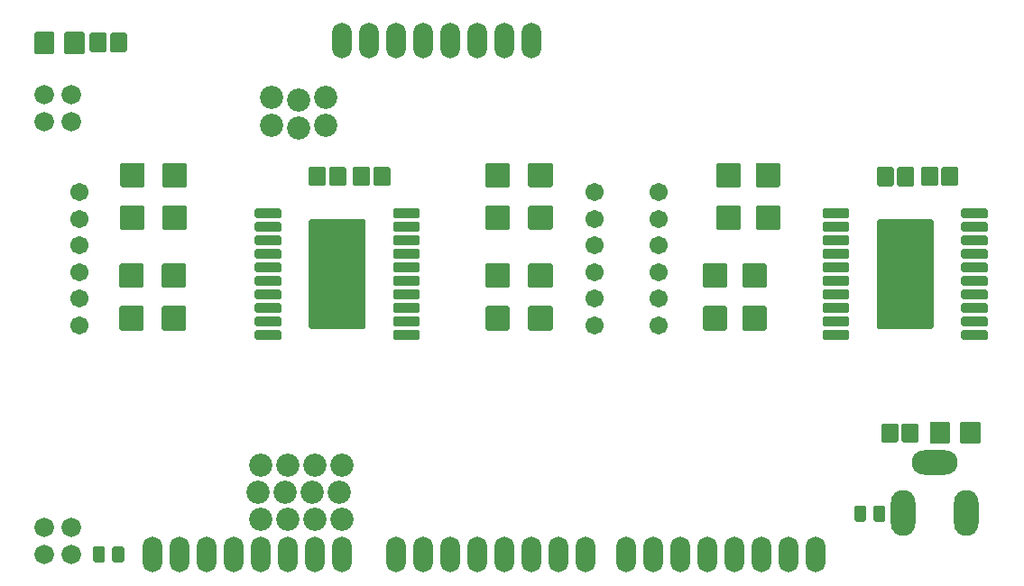
<source format=gts>
%TF.GenerationSoftware,KiCad,Pcbnew,5.1.10-88a1d61d58~90~ubuntu20.04.1*%
%TF.CreationDate,2021-08-01T14:30:54-04:00*%
%TF.ProjectId,MegaShield,4d656761-5368-4696-956c-642e6b696361,rev?*%
%TF.SameCoordinates,Original*%
%TF.FileFunction,Soldermask,Top*%
%TF.FilePolarity,Negative*%
%FSLAX46Y46*%
G04 Gerber Fmt 4.6, Leading zero omitted, Abs format (unit mm)*
G04 Created by KiCad (PCBNEW 5.1.10-88a1d61d58~90~ubuntu20.04.1) date 2021-08-01 14:30:54*
%MOMM*%
%LPD*%
G01*
G04 APERTURE LIST*
%ADD10O,1.828800X3.352800*%
%ADD11O,4.304800X2.304800*%
%ADD12O,2.304800X4.304800*%
%ADD13C,1.712800*%
%ADD14C,2.184400*%
%ADD15C,1.828800*%
G04 APERTURE END LIST*
D10*
%TO.C,PWML1*%
X154698600Y-128963600D03*
X152158600Y-128963600D03*
X149618600Y-128963600D03*
X147078600Y-128963600D03*
X144538600Y-128963600D03*
X141998600Y-128963600D03*
X139458600Y-128963600D03*
X136918600Y-128963600D03*
%TD*%
%TO.C,PWMH1*%
X176288600Y-128963600D03*
X173748600Y-128963600D03*
X171208600Y-128963600D03*
X168668600Y-128963600D03*
X166128600Y-128963600D03*
X163588600Y-128963600D03*
X161048600Y-128963600D03*
X158508600Y-128963600D03*
%TD*%
%TO.C,COMMUNICATION2*%
X131838600Y-128963600D03*
X129298600Y-128963600D03*
X126758600Y-128963600D03*
X124218600Y-128963600D03*
X121678600Y-128963600D03*
X119138600Y-128963600D03*
X116598600Y-128963600D03*
X114058600Y-128963600D03*
%TD*%
%TO.C,USB1*%
G36*
G01*
X104847590Y-80070407D02*
X104847590Y-81873407D01*
G75*
G02*
X104695190Y-82025807I-152400J0D01*
G01*
X103095190Y-82025807D01*
G75*
G02*
X102942790Y-81873407I0J152400D01*
G01*
X102942790Y-80070407D01*
G75*
G02*
X103095190Y-79918007I152400J0D01*
G01*
X104695190Y-79918007D01*
G75*
G02*
X104847590Y-80070407I0J-152400D01*
G01*
G37*
G36*
G01*
X107691590Y-80070407D02*
X107691590Y-81873407D01*
G75*
G02*
X107539190Y-82025807I-152400J0D01*
G01*
X105939190Y-82025807D01*
G75*
G02*
X105786790Y-81873407I0J152400D01*
G01*
X105786790Y-80070407D01*
G75*
G02*
X105939190Y-79918007I152400J0D01*
G01*
X107539190Y-79918007D01*
G75*
G02*
X107691590Y-80070407I0J-152400D01*
G01*
G37*
%TD*%
%TO.C,R1*%
G36*
G01*
X110052559Y-81659591D02*
X110052559Y-80159591D01*
G75*
G02*
X110204959Y-80007191I152400J0D01*
G01*
X111504959Y-80007191D01*
G75*
G02*
X111657359Y-80159591I0J-152400D01*
G01*
X111657359Y-81659591D01*
G75*
G02*
X111504959Y-81811991I-152400J0D01*
G01*
X110204959Y-81811991D01*
G75*
G02*
X110052559Y-81659591I0J152400D01*
G01*
G37*
G36*
G01*
X108152559Y-81659591D02*
X108152559Y-80159591D01*
G75*
G02*
X108304959Y-80007191I152400J0D01*
G01*
X109604959Y-80007191D01*
G75*
G02*
X109757359Y-80159591I0J-152400D01*
G01*
X109757359Y-81659591D01*
G75*
G02*
X109604959Y-81811991I-152400J0D01*
G01*
X108304959Y-81811991D01*
G75*
G02*
X108152559Y-81659591I0J152400D01*
G01*
G37*
%TD*%
%TO.C,IC1*%
G36*
G01*
X128889465Y-97518950D02*
X133889465Y-97518950D01*
G75*
G02*
X134041865Y-97671350I0J-152400D01*
G01*
X134041865Y-107671350D01*
G75*
G02*
X133889465Y-107823750I-152400J0D01*
G01*
X128889465Y-107823750D01*
G75*
G02*
X128737065Y-107671350I0J152400D01*
G01*
X128737065Y-97671350D01*
G75*
G02*
X128889465Y-97518950I152400J0D01*
G01*
G37*
G36*
G01*
X136789465Y-96503950D02*
X138989465Y-96503950D01*
G75*
G02*
X139141865Y-96656350I0J-152400D01*
G01*
X139141865Y-97256350D01*
G75*
G02*
X138989465Y-97408750I-152400J0D01*
G01*
X136789465Y-97408750D01*
G75*
G02*
X136637065Y-97256350I0J152400D01*
G01*
X136637065Y-96656350D01*
G75*
G02*
X136789465Y-96503950I152400J0D01*
G01*
G37*
G36*
G01*
X136789465Y-97773950D02*
X138989465Y-97773950D01*
G75*
G02*
X139141865Y-97926350I0J-152400D01*
G01*
X139141865Y-98526350D01*
G75*
G02*
X138989465Y-98678750I-152400J0D01*
G01*
X136789465Y-98678750D01*
G75*
G02*
X136637065Y-98526350I0J152400D01*
G01*
X136637065Y-97926350D01*
G75*
G02*
X136789465Y-97773950I152400J0D01*
G01*
G37*
G36*
G01*
X136789465Y-99043950D02*
X138989465Y-99043950D01*
G75*
G02*
X139141865Y-99196350I0J-152400D01*
G01*
X139141865Y-99796350D01*
G75*
G02*
X138989465Y-99948750I-152400J0D01*
G01*
X136789465Y-99948750D01*
G75*
G02*
X136637065Y-99796350I0J152400D01*
G01*
X136637065Y-99196350D01*
G75*
G02*
X136789465Y-99043950I152400J0D01*
G01*
G37*
G36*
G01*
X136789465Y-100313950D02*
X138989465Y-100313950D01*
G75*
G02*
X139141865Y-100466350I0J-152400D01*
G01*
X139141865Y-101066350D01*
G75*
G02*
X138989465Y-101218750I-152400J0D01*
G01*
X136789465Y-101218750D01*
G75*
G02*
X136637065Y-101066350I0J152400D01*
G01*
X136637065Y-100466350D01*
G75*
G02*
X136789465Y-100313950I152400J0D01*
G01*
G37*
G36*
G01*
X136789465Y-101583950D02*
X138989465Y-101583950D01*
G75*
G02*
X139141865Y-101736350I0J-152400D01*
G01*
X139141865Y-102336350D01*
G75*
G02*
X138989465Y-102488750I-152400J0D01*
G01*
X136789465Y-102488750D01*
G75*
G02*
X136637065Y-102336350I0J152400D01*
G01*
X136637065Y-101736350D01*
G75*
G02*
X136789465Y-101583950I152400J0D01*
G01*
G37*
G36*
G01*
X136789465Y-102853950D02*
X138989465Y-102853950D01*
G75*
G02*
X139141865Y-103006350I0J-152400D01*
G01*
X139141865Y-103606350D01*
G75*
G02*
X138989465Y-103758750I-152400J0D01*
G01*
X136789465Y-103758750D01*
G75*
G02*
X136637065Y-103606350I0J152400D01*
G01*
X136637065Y-103006350D01*
G75*
G02*
X136789465Y-102853950I152400J0D01*
G01*
G37*
G36*
G01*
X123789465Y-105393950D02*
X125989465Y-105393950D01*
G75*
G02*
X126141865Y-105546350I0J-152400D01*
G01*
X126141865Y-106146350D01*
G75*
G02*
X125989465Y-106298750I-152400J0D01*
G01*
X123789465Y-106298750D01*
G75*
G02*
X123637065Y-106146350I0J152400D01*
G01*
X123637065Y-105546350D01*
G75*
G02*
X123789465Y-105393950I152400J0D01*
G01*
G37*
G36*
G01*
X123789465Y-107933950D02*
X125989465Y-107933950D01*
G75*
G02*
X126141865Y-108086350I0J-152400D01*
G01*
X126141865Y-108686350D01*
G75*
G02*
X125989465Y-108838750I-152400J0D01*
G01*
X123789465Y-108838750D01*
G75*
G02*
X123637065Y-108686350I0J152400D01*
G01*
X123637065Y-108086350D01*
G75*
G02*
X123789465Y-107933950I152400J0D01*
G01*
G37*
G36*
G01*
X123789465Y-104123950D02*
X125989465Y-104123950D01*
G75*
G02*
X126141865Y-104276350I0J-152400D01*
G01*
X126141865Y-104876350D01*
G75*
G02*
X125989465Y-105028750I-152400J0D01*
G01*
X123789465Y-105028750D01*
G75*
G02*
X123637065Y-104876350I0J152400D01*
G01*
X123637065Y-104276350D01*
G75*
G02*
X123789465Y-104123950I152400J0D01*
G01*
G37*
G36*
G01*
X123789465Y-101583950D02*
X125989465Y-101583950D01*
G75*
G02*
X126141865Y-101736350I0J-152400D01*
G01*
X126141865Y-102336350D01*
G75*
G02*
X125989465Y-102488750I-152400J0D01*
G01*
X123789465Y-102488750D01*
G75*
G02*
X123637065Y-102336350I0J152400D01*
G01*
X123637065Y-101736350D01*
G75*
G02*
X123789465Y-101583950I152400J0D01*
G01*
G37*
G36*
G01*
X123789465Y-106663950D02*
X125989465Y-106663950D01*
G75*
G02*
X126141865Y-106816350I0J-152400D01*
G01*
X126141865Y-107416350D01*
G75*
G02*
X125989465Y-107568750I-152400J0D01*
G01*
X123789465Y-107568750D01*
G75*
G02*
X123637065Y-107416350I0J152400D01*
G01*
X123637065Y-106816350D01*
G75*
G02*
X123789465Y-106663950I152400J0D01*
G01*
G37*
G36*
G01*
X123789465Y-102853950D02*
X125989465Y-102853950D01*
G75*
G02*
X126141865Y-103006350I0J-152400D01*
G01*
X126141865Y-103606350D01*
G75*
G02*
X125989465Y-103758750I-152400J0D01*
G01*
X123789465Y-103758750D01*
G75*
G02*
X123637065Y-103606350I0J152400D01*
G01*
X123637065Y-103006350D01*
G75*
G02*
X123789465Y-102853950I152400J0D01*
G01*
G37*
G36*
G01*
X136789465Y-107933950D02*
X138989465Y-107933950D01*
G75*
G02*
X139141865Y-108086350I0J-152400D01*
G01*
X139141865Y-108686350D01*
G75*
G02*
X138989465Y-108838750I-152400J0D01*
G01*
X136789465Y-108838750D01*
G75*
G02*
X136637065Y-108686350I0J152400D01*
G01*
X136637065Y-108086350D01*
G75*
G02*
X136789465Y-107933950I152400J0D01*
G01*
G37*
G36*
G01*
X136789465Y-106663950D02*
X138989465Y-106663950D01*
G75*
G02*
X139141865Y-106816350I0J-152400D01*
G01*
X139141865Y-107416350D01*
G75*
G02*
X138989465Y-107568750I-152400J0D01*
G01*
X136789465Y-107568750D01*
G75*
G02*
X136637065Y-107416350I0J152400D01*
G01*
X136637065Y-106816350D01*
G75*
G02*
X136789465Y-106663950I152400J0D01*
G01*
G37*
G36*
G01*
X136789465Y-104123950D02*
X138989465Y-104123950D01*
G75*
G02*
X139141865Y-104276350I0J-152400D01*
G01*
X139141865Y-104876350D01*
G75*
G02*
X138989465Y-105028750I-152400J0D01*
G01*
X136789465Y-105028750D01*
G75*
G02*
X136637065Y-104876350I0J152400D01*
G01*
X136637065Y-104276350D01*
G75*
G02*
X136789465Y-104123950I152400J0D01*
G01*
G37*
G36*
G01*
X123789465Y-100313950D02*
X125989465Y-100313950D01*
G75*
G02*
X126141865Y-100466350I0J-152400D01*
G01*
X126141865Y-101066350D01*
G75*
G02*
X125989465Y-101218750I-152400J0D01*
G01*
X123789465Y-101218750D01*
G75*
G02*
X123637065Y-101066350I0J152400D01*
G01*
X123637065Y-100466350D01*
G75*
G02*
X123789465Y-100313950I152400J0D01*
G01*
G37*
G36*
G01*
X123789465Y-99043950D02*
X125989465Y-99043950D01*
G75*
G02*
X126141865Y-99196350I0J-152400D01*
G01*
X126141865Y-99796350D01*
G75*
G02*
X125989465Y-99948750I-152400J0D01*
G01*
X123789465Y-99948750D01*
G75*
G02*
X123637065Y-99796350I0J152400D01*
G01*
X123637065Y-99196350D01*
G75*
G02*
X123789465Y-99043950I152400J0D01*
G01*
G37*
G36*
G01*
X123789465Y-96503950D02*
X125989465Y-96503950D01*
G75*
G02*
X126141865Y-96656350I0J-152400D01*
G01*
X126141865Y-97256350D01*
G75*
G02*
X125989465Y-97408750I-152400J0D01*
G01*
X123789465Y-97408750D01*
G75*
G02*
X123637065Y-97256350I0J152400D01*
G01*
X123637065Y-96656350D01*
G75*
G02*
X123789465Y-96503950I152400J0D01*
G01*
G37*
G36*
G01*
X136789465Y-105393950D02*
X138989465Y-105393950D01*
G75*
G02*
X139141865Y-105546350I0J-152400D01*
G01*
X139141865Y-106146350D01*
G75*
G02*
X138989465Y-106298750I-152400J0D01*
G01*
X136789465Y-106298750D01*
G75*
G02*
X136637065Y-106146350I0J152400D01*
G01*
X136637065Y-105546350D01*
G75*
G02*
X136789465Y-105393950I152400J0D01*
G01*
G37*
G36*
G01*
X123789465Y-97773950D02*
X125989465Y-97773950D01*
G75*
G02*
X126141865Y-97926350I0J-152400D01*
G01*
X126141865Y-98526350D01*
G75*
G02*
X125989465Y-98678750I-152400J0D01*
G01*
X123789465Y-98678750D01*
G75*
G02*
X123637065Y-98526350I0J152400D01*
G01*
X123637065Y-97926350D01*
G75*
G02*
X123789465Y-97773950I152400J0D01*
G01*
G37*
%TD*%
%TO.C,U$3*%
G36*
G01*
X111167065Y-96203750D02*
X113167065Y-96203750D01*
G75*
G02*
X113319465Y-96356150I0J-152400D01*
G01*
X113319465Y-98356150D01*
G75*
G02*
X113167065Y-98508550I-152400J0D01*
G01*
X111167065Y-98508550D01*
G75*
G02*
X111014665Y-98356150I0J152400D01*
G01*
X111014665Y-96356150D01*
G75*
G02*
X111167065Y-96203750I152400J0D01*
G01*
G37*
G36*
G01*
X111167065Y-92203750D02*
X113167065Y-92203750D01*
G75*
G02*
X113319465Y-92356150I0J-152400D01*
G01*
X113319465Y-94356150D01*
G75*
G02*
X113167065Y-94508550I-152400J0D01*
G01*
X111167065Y-94508550D01*
G75*
G02*
X111014665Y-94356150I0J152400D01*
G01*
X111014665Y-92356150D01*
G75*
G02*
X111167065Y-92203750I152400J0D01*
G01*
G37*
%TD*%
%TO.C,C1*%
G36*
G01*
X134469131Y-92726550D02*
X134469131Y-94226550D01*
G75*
G02*
X134316731Y-94378950I-152400J0D01*
G01*
X133016731Y-94378950D01*
G75*
G02*
X132864331Y-94226550I0J152400D01*
G01*
X132864331Y-92726550D01*
G75*
G02*
X133016731Y-92574150I152400J0D01*
G01*
X134316731Y-92574150D01*
G75*
G02*
X134469131Y-92726550I0J-152400D01*
G01*
G37*
G36*
G01*
X136369131Y-92726550D02*
X136369131Y-94226550D01*
G75*
G02*
X136216731Y-94378950I-152400J0D01*
G01*
X134916731Y-94378950D01*
G75*
G02*
X134764331Y-94226550I0J152400D01*
G01*
X134764331Y-92726550D01*
G75*
G02*
X134916731Y-92574150I152400J0D01*
G01*
X136216731Y-92574150D01*
G75*
G02*
X136369131Y-92726550I0J-152400D01*
G01*
G37*
%TD*%
%TO.C,C2*%
G36*
G01*
X130617871Y-94226550D02*
X130617871Y-92726550D01*
G75*
G02*
X130770271Y-92574150I152400J0D01*
G01*
X132070271Y-92574150D01*
G75*
G02*
X132222671Y-92726550I0J-152400D01*
G01*
X132222671Y-94226550D01*
G75*
G02*
X132070271Y-94378950I-152400J0D01*
G01*
X130770271Y-94378950D01*
G75*
G02*
X130617871Y-94226550I0J152400D01*
G01*
G37*
G36*
G01*
X128717871Y-94226550D02*
X128717871Y-92726550D01*
G75*
G02*
X128870271Y-92574150I152400J0D01*
G01*
X130170271Y-92574150D01*
G75*
G02*
X130322671Y-92726550I0J-152400D01*
G01*
X130322671Y-94226550D01*
G75*
G02*
X130170271Y-94378950I-152400J0D01*
G01*
X128870271Y-94378950D01*
G75*
G02*
X128717871Y-94226550I0J152400D01*
G01*
G37*
%TD*%
%TO.C,U$4*%
G36*
G01*
X117121412Y-94508550D02*
X115121412Y-94508550D01*
G75*
G02*
X114969012Y-94356150I0J152400D01*
G01*
X114969012Y-92356150D01*
G75*
G02*
X115121412Y-92203750I152400J0D01*
G01*
X117121412Y-92203750D01*
G75*
G02*
X117273812Y-92356150I0J-152400D01*
G01*
X117273812Y-94356150D01*
G75*
G02*
X117121412Y-94508550I-152400J0D01*
G01*
G37*
G36*
G01*
X117121412Y-98508550D02*
X115121412Y-98508550D01*
G75*
G02*
X114969012Y-98356150I0J152400D01*
G01*
X114969012Y-96356150D01*
G75*
G02*
X115121412Y-96203750I152400J0D01*
G01*
X117121412Y-96203750D01*
G75*
G02*
X117273812Y-96356150I0J-152400D01*
G01*
X117273812Y-98356150D01*
G75*
G02*
X117121412Y-98508550I-152400J0D01*
G01*
G37*
%TD*%
%TO.C,U$5*%
G36*
G01*
X113079228Y-103957350D02*
X111079228Y-103957350D01*
G75*
G02*
X110926828Y-103804950I0J152400D01*
G01*
X110926828Y-101804950D01*
G75*
G02*
X111079228Y-101652550I152400J0D01*
G01*
X113079228Y-101652550D01*
G75*
G02*
X113231628Y-101804950I0J-152400D01*
G01*
X113231628Y-103804950D01*
G75*
G02*
X113079228Y-103957350I-152400J0D01*
G01*
G37*
G36*
G01*
X113079228Y-107957350D02*
X111079228Y-107957350D01*
G75*
G02*
X110926828Y-107804950I0J152400D01*
G01*
X110926828Y-105804950D01*
G75*
G02*
X111079228Y-105652550I152400J0D01*
G01*
X113079228Y-105652550D01*
G75*
G02*
X113231628Y-105804950I0J-152400D01*
G01*
X113231628Y-107804950D01*
G75*
G02*
X113079228Y-107957350I-152400J0D01*
G01*
G37*
%TD*%
%TO.C,U$6*%
G36*
G01*
X115064621Y-105652550D02*
X117064621Y-105652550D01*
G75*
G02*
X117217021Y-105804950I0J-152400D01*
G01*
X117217021Y-107804950D01*
G75*
G02*
X117064621Y-107957350I-152400J0D01*
G01*
X115064621Y-107957350D01*
G75*
G02*
X114912221Y-107804950I0J152400D01*
G01*
X114912221Y-105804950D01*
G75*
G02*
X115064621Y-105652550I152400J0D01*
G01*
G37*
G36*
G01*
X115064621Y-101652550D02*
X117064621Y-101652550D01*
G75*
G02*
X117217021Y-101804950I0J-152400D01*
G01*
X117217021Y-103804950D01*
G75*
G02*
X117064621Y-103957350I-152400J0D01*
G01*
X115064621Y-103957350D01*
G75*
G02*
X114912221Y-103804950I0J152400D01*
G01*
X114912221Y-101804950D01*
G75*
G02*
X115064621Y-101652550I152400J0D01*
G01*
G37*
%TD*%
%TO.C,U$7*%
G36*
G01*
X147438340Y-103957350D02*
X145438340Y-103957350D01*
G75*
G02*
X145285940Y-103804950I0J152400D01*
G01*
X145285940Y-101804950D01*
G75*
G02*
X145438340Y-101652550I152400J0D01*
G01*
X147438340Y-101652550D01*
G75*
G02*
X147590740Y-101804950I0J-152400D01*
G01*
X147590740Y-103804950D01*
G75*
G02*
X147438340Y-103957350I-152400J0D01*
G01*
G37*
G36*
G01*
X147438340Y-107957350D02*
X145438340Y-107957350D01*
G75*
G02*
X145285940Y-107804950I0J152400D01*
G01*
X145285940Y-105804950D01*
G75*
G02*
X145438340Y-105652550I152400J0D01*
G01*
X147438340Y-105652550D01*
G75*
G02*
X147590740Y-105804950I0J-152400D01*
G01*
X147590740Y-107804950D01*
G75*
G02*
X147438340Y-107957350I-152400J0D01*
G01*
G37*
%TD*%
%TO.C,U$8*%
G36*
G01*
X149459318Y-105652550D02*
X151459318Y-105652550D01*
G75*
G02*
X151611718Y-105804950I0J-152400D01*
G01*
X151611718Y-107804950D01*
G75*
G02*
X151459318Y-107957350I-152400J0D01*
G01*
X149459318Y-107957350D01*
G75*
G02*
X149306918Y-107804950I0J152400D01*
G01*
X149306918Y-105804950D01*
G75*
G02*
X149459318Y-105652550I152400J0D01*
G01*
G37*
G36*
G01*
X149459318Y-101652550D02*
X151459318Y-101652550D01*
G75*
G02*
X151611718Y-101804950I0J-152400D01*
G01*
X151611718Y-103804950D01*
G75*
G02*
X151459318Y-103957350I-152400J0D01*
G01*
X149459318Y-103957350D01*
G75*
G02*
X149306918Y-103804950I0J152400D01*
G01*
X149306918Y-101804950D01*
G75*
G02*
X149459318Y-101652550I152400J0D01*
G01*
G37*
%TD*%
%TO.C,U$9*%
G36*
G01*
X145438340Y-96203750D02*
X147438340Y-96203750D01*
G75*
G02*
X147590740Y-96356150I0J-152400D01*
G01*
X147590740Y-98356150D01*
G75*
G02*
X147438340Y-98508550I-152400J0D01*
G01*
X145438340Y-98508550D01*
G75*
G02*
X145285940Y-98356150I0J152400D01*
G01*
X145285940Y-96356150D01*
G75*
G02*
X145438340Y-96203750I152400J0D01*
G01*
G37*
G36*
G01*
X145438340Y-92203750D02*
X147438340Y-92203750D01*
G75*
G02*
X147590740Y-92356150I0J-152400D01*
G01*
X147590740Y-94356150D01*
G75*
G02*
X147438340Y-94508550I-152400J0D01*
G01*
X145438340Y-94508550D01*
G75*
G02*
X145285940Y-94356150I0J152400D01*
G01*
X145285940Y-92356150D01*
G75*
G02*
X145438340Y-92203750I152400J0D01*
G01*
G37*
%TD*%
%TO.C,U$10*%
G36*
G01*
X151459318Y-94508550D02*
X149459318Y-94508550D01*
G75*
G02*
X149306918Y-94356150I0J152400D01*
G01*
X149306918Y-92356150D01*
G75*
G02*
X149459318Y-92203750I152400J0D01*
G01*
X151459318Y-92203750D01*
G75*
G02*
X151611718Y-92356150I0J-152400D01*
G01*
X151611718Y-94356150D01*
G75*
G02*
X151459318Y-94508550I-152400J0D01*
G01*
G37*
G36*
G01*
X151459318Y-98508550D02*
X149459318Y-98508550D01*
G75*
G02*
X149306918Y-98356150I0J152400D01*
G01*
X149306918Y-96356150D01*
G75*
G02*
X149459318Y-96203750I152400J0D01*
G01*
X151459318Y-96203750D01*
G75*
G02*
X151611718Y-96356150I0J-152400D01*
G01*
X151611718Y-98356150D01*
G75*
G02*
X151459318Y-98508550I-152400J0D01*
G01*
G37*
%TD*%
D11*
%TO.C,J1*%
X187457405Y-120362857D03*
D12*
X190447390Y-125092725D03*
X184470644Y-125087600D03*
%TD*%
D13*
%TO.C,U$1*%
X107149556Y-107475150D03*
X107149556Y-104975150D03*
X107149556Y-102475150D03*
X107149556Y-99975150D03*
X107149556Y-97475150D03*
X107149556Y-94975150D03*
%TD*%
%TO.C,U$12*%
X155546209Y-107475150D03*
X155546209Y-104975150D03*
X155546209Y-102475150D03*
X155546209Y-99975150D03*
X155546209Y-97475150D03*
X155546209Y-94975150D03*
%TD*%
D14*
%TO.C,J2*%
X131832740Y-125661600D03*
X131578740Y-123121600D03*
X131832740Y-120581600D03*
%TD*%
%TO.C,J3*%
X126752740Y-125661600D03*
X126498740Y-123121600D03*
X126752740Y-120581600D03*
%TD*%
%TO.C,J4*%
X124212740Y-125661600D03*
X123958740Y-123121600D03*
X124212740Y-120581600D03*
%TD*%
%TO.C,J5*%
X129292740Y-125661600D03*
X129038740Y-123121600D03*
X129292740Y-120581600D03*
%TD*%
%TO.C,IC2*%
G36*
G01*
X182186009Y-97518950D02*
X187186009Y-97518950D01*
G75*
G02*
X187338409Y-97671350I0J-152400D01*
G01*
X187338409Y-107671350D01*
G75*
G02*
X187186009Y-107823750I-152400J0D01*
G01*
X182186009Y-107823750D01*
G75*
G02*
X182033609Y-107671350I0J152400D01*
G01*
X182033609Y-97671350D01*
G75*
G02*
X182186009Y-97518950I152400J0D01*
G01*
G37*
G36*
G01*
X190086009Y-96503950D02*
X192286009Y-96503950D01*
G75*
G02*
X192438409Y-96656350I0J-152400D01*
G01*
X192438409Y-97256350D01*
G75*
G02*
X192286009Y-97408750I-152400J0D01*
G01*
X190086009Y-97408750D01*
G75*
G02*
X189933609Y-97256350I0J152400D01*
G01*
X189933609Y-96656350D01*
G75*
G02*
X190086009Y-96503950I152400J0D01*
G01*
G37*
G36*
G01*
X190086009Y-97773950D02*
X192286009Y-97773950D01*
G75*
G02*
X192438409Y-97926350I0J-152400D01*
G01*
X192438409Y-98526350D01*
G75*
G02*
X192286009Y-98678750I-152400J0D01*
G01*
X190086009Y-98678750D01*
G75*
G02*
X189933609Y-98526350I0J152400D01*
G01*
X189933609Y-97926350D01*
G75*
G02*
X190086009Y-97773950I152400J0D01*
G01*
G37*
G36*
G01*
X190086009Y-99043950D02*
X192286009Y-99043950D01*
G75*
G02*
X192438409Y-99196350I0J-152400D01*
G01*
X192438409Y-99796350D01*
G75*
G02*
X192286009Y-99948750I-152400J0D01*
G01*
X190086009Y-99948750D01*
G75*
G02*
X189933609Y-99796350I0J152400D01*
G01*
X189933609Y-99196350D01*
G75*
G02*
X190086009Y-99043950I152400J0D01*
G01*
G37*
G36*
G01*
X190086009Y-100313950D02*
X192286009Y-100313950D01*
G75*
G02*
X192438409Y-100466350I0J-152400D01*
G01*
X192438409Y-101066350D01*
G75*
G02*
X192286009Y-101218750I-152400J0D01*
G01*
X190086009Y-101218750D01*
G75*
G02*
X189933609Y-101066350I0J152400D01*
G01*
X189933609Y-100466350D01*
G75*
G02*
X190086009Y-100313950I152400J0D01*
G01*
G37*
G36*
G01*
X190086009Y-101583950D02*
X192286009Y-101583950D01*
G75*
G02*
X192438409Y-101736350I0J-152400D01*
G01*
X192438409Y-102336350D01*
G75*
G02*
X192286009Y-102488750I-152400J0D01*
G01*
X190086009Y-102488750D01*
G75*
G02*
X189933609Y-102336350I0J152400D01*
G01*
X189933609Y-101736350D01*
G75*
G02*
X190086009Y-101583950I152400J0D01*
G01*
G37*
G36*
G01*
X190086009Y-102853950D02*
X192286009Y-102853950D01*
G75*
G02*
X192438409Y-103006350I0J-152400D01*
G01*
X192438409Y-103606350D01*
G75*
G02*
X192286009Y-103758750I-152400J0D01*
G01*
X190086009Y-103758750D01*
G75*
G02*
X189933609Y-103606350I0J152400D01*
G01*
X189933609Y-103006350D01*
G75*
G02*
X190086009Y-102853950I152400J0D01*
G01*
G37*
G36*
G01*
X177086009Y-105393950D02*
X179286009Y-105393950D01*
G75*
G02*
X179438409Y-105546350I0J-152400D01*
G01*
X179438409Y-106146350D01*
G75*
G02*
X179286009Y-106298750I-152400J0D01*
G01*
X177086009Y-106298750D01*
G75*
G02*
X176933609Y-106146350I0J152400D01*
G01*
X176933609Y-105546350D01*
G75*
G02*
X177086009Y-105393950I152400J0D01*
G01*
G37*
G36*
G01*
X177086009Y-107933950D02*
X179286009Y-107933950D01*
G75*
G02*
X179438409Y-108086350I0J-152400D01*
G01*
X179438409Y-108686350D01*
G75*
G02*
X179286009Y-108838750I-152400J0D01*
G01*
X177086009Y-108838750D01*
G75*
G02*
X176933609Y-108686350I0J152400D01*
G01*
X176933609Y-108086350D01*
G75*
G02*
X177086009Y-107933950I152400J0D01*
G01*
G37*
G36*
G01*
X177086009Y-104123950D02*
X179286009Y-104123950D01*
G75*
G02*
X179438409Y-104276350I0J-152400D01*
G01*
X179438409Y-104876350D01*
G75*
G02*
X179286009Y-105028750I-152400J0D01*
G01*
X177086009Y-105028750D01*
G75*
G02*
X176933609Y-104876350I0J152400D01*
G01*
X176933609Y-104276350D01*
G75*
G02*
X177086009Y-104123950I152400J0D01*
G01*
G37*
G36*
G01*
X177086009Y-101583950D02*
X179286009Y-101583950D01*
G75*
G02*
X179438409Y-101736350I0J-152400D01*
G01*
X179438409Y-102336350D01*
G75*
G02*
X179286009Y-102488750I-152400J0D01*
G01*
X177086009Y-102488750D01*
G75*
G02*
X176933609Y-102336350I0J152400D01*
G01*
X176933609Y-101736350D01*
G75*
G02*
X177086009Y-101583950I152400J0D01*
G01*
G37*
G36*
G01*
X177086009Y-106663950D02*
X179286009Y-106663950D01*
G75*
G02*
X179438409Y-106816350I0J-152400D01*
G01*
X179438409Y-107416350D01*
G75*
G02*
X179286009Y-107568750I-152400J0D01*
G01*
X177086009Y-107568750D01*
G75*
G02*
X176933609Y-107416350I0J152400D01*
G01*
X176933609Y-106816350D01*
G75*
G02*
X177086009Y-106663950I152400J0D01*
G01*
G37*
G36*
G01*
X177086009Y-102853950D02*
X179286009Y-102853950D01*
G75*
G02*
X179438409Y-103006350I0J-152400D01*
G01*
X179438409Y-103606350D01*
G75*
G02*
X179286009Y-103758750I-152400J0D01*
G01*
X177086009Y-103758750D01*
G75*
G02*
X176933609Y-103606350I0J152400D01*
G01*
X176933609Y-103006350D01*
G75*
G02*
X177086009Y-102853950I152400J0D01*
G01*
G37*
G36*
G01*
X190086009Y-107933950D02*
X192286009Y-107933950D01*
G75*
G02*
X192438409Y-108086350I0J-152400D01*
G01*
X192438409Y-108686350D01*
G75*
G02*
X192286009Y-108838750I-152400J0D01*
G01*
X190086009Y-108838750D01*
G75*
G02*
X189933609Y-108686350I0J152400D01*
G01*
X189933609Y-108086350D01*
G75*
G02*
X190086009Y-107933950I152400J0D01*
G01*
G37*
G36*
G01*
X190086009Y-106663950D02*
X192286009Y-106663950D01*
G75*
G02*
X192438409Y-106816350I0J-152400D01*
G01*
X192438409Y-107416350D01*
G75*
G02*
X192286009Y-107568750I-152400J0D01*
G01*
X190086009Y-107568750D01*
G75*
G02*
X189933609Y-107416350I0J152400D01*
G01*
X189933609Y-106816350D01*
G75*
G02*
X190086009Y-106663950I152400J0D01*
G01*
G37*
G36*
G01*
X190086009Y-104123950D02*
X192286009Y-104123950D01*
G75*
G02*
X192438409Y-104276350I0J-152400D01*
G01*
X192438409Y-104876350D01*
G75*
G02*
X192286009Y-105028750I-152400J0D01*
G01*
X190086009Y-105028750D01*
G75*
G02*
X189933609Y-104876350I0J152400D01*
G01*
X189933609Y-104276350D01*
G75*
G02*
X190086009Y-104123950I152400J0D01*
G01*
G37*
G36*
G01*
X177086009Y-100313950D02*
X179286009Y-100313950D01*
G75*
G02*
X179438409Y-100466350I0J-152400D01*
G01*
X179438409Y-101066350D01*
G75*
G02*
X179286009Y-101218750I-152400J0D01*
G01*
X177086009Y-101218750D01*
G75*
G02*
X176933609Y-101066350I0J152400D01*
G01*
X176933609Y-100466350D01*
G75*
G02*
X177086009Y-100313950I152400J0D01*
G01*
G37*
G36*
G01*
X177086009Y-99043950D02*
X179286009Y-99043950D01*
G75*
G02*
X179438409Y-99196350I0J-152400D01*
G01*
X179438409Y-99796350D01*
G75*
G02*
X179286009Y-99948750I-152400J0D01*
G01*
X177086009Y-99948750D01*
G75*
G02*
X176933609Y-99796350I0J152400D01*
G01*
X176933609Y-99196350D01*
G75*
G02*
X177086009Y-99043950I152400J0D01*
G01*
G37*
G36*
G01*
X177086009Y-96503950D02*
X179286009Y-96503950D01*
G75*
G02*
X179438409Y-96656350I0J-152400D01*
G01*
X179438409Y-97256350D01*
G75*
G02*
X179286009Y-97408750I-152400J0D01*
G01*
X177086009Y-97408750D01*
G75*
G02*
X176933609Y-97256350I0J152400D01*
G01*
X176933609Y-96656350D01*
G75*
G02*
X177086009Y-96503950I152400J0D01*
G01*
G37*
G36*
G01*
X190086009Y-105393950D02*
X192286009Y-105393950D01*
G75*
G02*
X192438409Y-105546350I0J-152400D01*
G01*
X192438409Y-106146350D01*
G75*
G02*
X192286009Y-106298750I-152400J0D01*
G01*
X190086009Y-106298750D01*
G75*
G02*
X189933609Y-106146350I0J152400D01*
G01*
X189933609Y-105546350D01*
G75*
G02*
X190086009Y-105393950I152400J0D01*
G01*
G37*
G36*
G01*
X177086009Y-97773950D02*
X179286009Y-97773950D01*
G75*
G02*
X179438409Y-97926350I0J-152400D01*
G01*
X179438409Y-98526350D01*
G75*
G02*
X179286009Y-98678750I-152400J0D01*
G01*
X177086009Y-98678750D01*
G75*
G02*
X176933609Y-98526350I0J152400D01*
G01*
X176933609Y-97926350D01*
G75*
G02*
X177086009Y-97773950I152400J0D01*
G01*
G37*
%TD*%
%TO.C,U$2*%
G36*
G01*
X167110234Y-96203750D02*
X169110234Y-96203750D01*
G75*
G02*
X169262634Y-96356150I0J-152400D01*
G01*
X169262634Y-98356150D01*
G75*
G02*
X169110234Y-98508550I-152400J0D01*
G01*
X167110234Y-98508550D01*
G75*
G02*
X166957834Y-98356150I0J152400D01*
G01*
X166957834Y-96356150D01*
G75*
G02*
X167110234Y-96203750I152400J0D01*
G01*
G37*
G36*
G01*
X167110234Y-92203750D02*
X169110234Y-92203750D01*
G75*
G02*
X169262634Y-92356150I0J-152400D01*
G01*
X169262634Y-94356150D01*
G75*
G02*
X169110234Y-94508550I-152400J0D01*
G01*
X167110234Y-94508550D01*
G75*
G02*
X166957834Y-94356150I0J152400D01*
G01*
X166957834Y-92356150D01*
G75*
G02*
X167110234Y-92203750I152400J0D01*
G01*
G37*
%TD*%
%TO.C,C3*%
G36*
G01*
X187778059Y-92726550D02*
X187778059Y-94226550D01*
G75*
G02*
X187625659Y-94378950I-152400J0D01*
G01*
X186325659Y-94378950D01*
G75*
G02*
X186173259Y-94226550I0J152400D01*
G01*
X186173259Y-92726550D01*
G75*
G02*
X186325659Y-92574150I152400J0D01*
G01*
X187625659Y-92574150D01*
G75*
G02*
X187778059Y-92726550I0J-152400D01*
G01*
G37*
G36*
G01*
X189678059Y-92726550D02*
X189678059Y-94226550D01*
G75*
G02*
X189525659Y-94378950I-152400J0D01*
G01*
X188225659Y-94378950D01*
G75*
G02*
X188073259Y-94226550I0J152400D01*
G01*
X188073259Y-92726550D01*
G75*
G02*
X188225659Y-92574150I152400J0D01*
G01*
X189525659Y-92574150D01*
G75*
G02*
X189678059Y-92726550I0J-152400D01*
G01*
G37*
%TD*%
%TO.C,C4*%
G36*
G01*
X183925593Y-94251238D02*
X183925593Y-92751238D01*
G75*
G02*
X184077993Y-92598838I152400J0D01*
G01*
X185377993Y-92598838D01*
G75*
G02*
X185530393Y-92751238I0J-152400D01*
G01*
X185530393Y-94251238D01*
G75*
G02*
X185377993Y-94403638I-152400J0D01*
G01*
X184077993Y-94403638D01*
G75*
G02*
X183925593Y-94251238I0J152400D01*
G01*
G37*
G36*
G01*
X182025593Y-94251238D02*
X182025593Y-92751238D01*
G75*
G02*
X182177993Y-92598838I152400J0D01*
G01*
X183477993Y-92598838D01*
G75*
G02*
X183630393Y-92751238I0J-152400D01*
G01*
X183630393Y-94251238D01*
G75*
G02*
X183477993Y-94403638I-152400J0D01*
G01*
X182177993Y-94403638D01*
G75*
G02*
X182025593Y-94251238I0J152400D01*
G01*
G37*
%TD*%
%TO.C,U$11*%
G36*
G01*
X172812656Y-94508550D02*
X170812656Y-94508550D01*
G75*
G02*
X170660256Y-94356150I0J152400D01*
G01*
X170660256Y-92356150D01*
G75*
G02*
X170812656Y-92203750I152400J0D01*
G01*
X172812656Y-92203750D01*
G75*
G02*
X172965056Y-92356150I0J-152400D01*
G01*
X172965056Y-94356150D01*
G75*
G02*
X172812656Y-94508550I-152400J0D01*
G01*
G37*
G36*
G01*
X172812656Y-98508550D02*
X170812656Y-98508550D01*
G75*
G02*
X170660256Y-98356150I0J152400D01*
G01*
X170660256Y-96356150D01*
G75*
G02*
X170812656Y-96203750I152400J0D01*
G01*
X172812656Y-96203750D01*
G75*
G02*
X172965056Y-96356150I0J-152400D01*
G01*
X172965056Y-98356150D01*
G75*
G02*
X172812656Y-98508550I-152400J0D01*
G01*
G37*
%TD*%
%TO.C,U$13*%
G36*
G01*
X167840234Y-103957350D02*
X165840234Y-103957350D01*
G75*
G02*
X165687834Y-103804950I0J152400D01*
G01*
X165687834Y-101804950D01*
G75*
G02*
X165840234Y-101652550I152400J0D01*
G01*
X167840234Y-101652550D01*
G75*
G02*
X167992634Y-101804950I0J-152400D01*
G01*
X167992634Y-103804950D01*
G75*
G02*
X167840234Y-103957350I-152400J0D01*
G01*
G37*
G36*
G01*
X167840234Y-107957350D02*
X165840234Y-107957350D01*
G75*
G02*
X165687834Y-107804950I0J152400D01*
G01*
X165687834Y-105804950D01*
G75*
G02*
X165840234Y-105652550I152400J0D01*
G01*
X167840234Y-105652550D01*
G75*
G02*
X167992634Y-105804950I0J-152400D01*
G01*
X167992634Y-107804950D01*
G75*
G02*
X167840234Y-107957350I-152400J0D01*
G01*
G37*
%TD*%
%TO.C,U$14*%
G36*
G01*
X169542656Y-105652550D02*
X171542656Y-105652550D01*
G75*
G02*
X171695056Y-105804950I0J-152400D01*
G01*
X171695056Y-107804950D01*
G75*
G02*
X171542656Y-107957350I-152400J0D01*
G01*
X169542656Y-107957350D01*
G75*
G02*
X169390256Y-107804950I0J152400D01*
G01*
X169390256Y-105804950D01*
G75*
G02*
X169542656Y-105652550I152400J0D01*
G01*
G37*
G36*
G01*
X169542656Y-101652550D02*
X171542656Y-101652550D01*
G75*
G02*
X171695056Y-101804950I0J-152400D01*
G01*
X171695056Y-103804950D01*
G75*
G02*
X171542656Y-103957350I-152400J0D01*
G01*
X169542656Y-103957350D01*
G75*
G02*
X169390256Y-103804950I0J152400D01*
G01*
X169390256Y-101804950D01*
G75*
G02*
X169542656Y-101652550I152400J0D01*
G01*
G37*
%TD*%
D13*
%TO.C,U$20*%
X161546318Y-107475150D03*
X161546318Y-104975150D03*
X161546318Y-102475150D03*
X161546318Y-99975150D03*
X161546318Y-97475150D03*
X161546318Y-94975150D03*
%TD*%
D14*
%TO.C,J6*%
X130286171Y-86099225D03*
X127746171Y-86353225D03*
X125206171Y-86099225D03*
%TD*%
%TO.C,J7*%
X130290112Y-88648532D03*
X127750112Y-88902532D03*
X125210112Y-88648532D03*
%TD*%
D10*
%TO.C,COMMUNICATION1*%
X149618600Y-80703600D03*
X147078600Y-80703600D03*
X144538600Y-80703600D03*
X141998600Y-80703600D03*
X139458600Y-80703600D03*
X136918600Y-80703600D03*
X134378600Y-80703600D03*
X131838600Y-80703600D03*
%TD*%
D15*
%TO.C,JP3*%
X106439712Y-126423913D03*
X106439712Y-128963913D03*
X103899712Y-126423913D03*
X103899712Y-128963913D03*
%TD*%
%TO.C,JP4*%
X106441175Y-85784582D03*
X106441175Y-88324582D03*
X103901175Y-85784582D03*
X103901175Y-88324582D03*
%TD*%
%TO.C,R2*%
G36*
G01*
X184051350Y-116821222D02*
X184051350Y-118321222D01*
G75*
G02*
X183898950Y-118473622I-152400J0D01*
G01*
X182598950Y-118473622D01*
G75*
G02*
X182446550Y-118321222I0J152400D01*
G01*
X182446550Y-116821222D01*
G75*
G02*
X182598950Y-116668822I152400J0D01*
G01*
X183898950Y-116668822D01*
G75*
G02*
X184051350Y-116821222I0J-152400D01*
G01*
G37*
G36*
G01*
X185951350Y-116821222D02*
X185951350Y-118321222D01*
G75*
G02*
X185798950Y-118473622I-152400J0D01*
G01*
X184498950Y-118473622D01*
G75*
G02*
X184346550Y-118321222I0J152400D01*
G01*
X184346550Y-116821222D01*
G75*
G02*
X184498950Y-116668822I152400J0D01*
G01*
X185798950Y-116668822D01*
G75*
G02*
X185951350Y-116821222I0J-152400D01*
G01*
G37*
%TD*%
%TO.C,12VPOWER1*%
G36*
G01*
X189834103Y-118457357D02*
X189834103Y-116654357D01*
G75*
G02*
X189986503Y-116501957I152400J0D01*
G01*
X191586503Y-116501957D01*
G75*
G02*
X191738903Y-116654357I0J-152400D01*
G01*
X191738903Y-118457357D01*
G75*
G02*
X191586503Y-118609757I-152400J0D01*
G01*
X189986503Y-118609757D01*
G75*
G02*
X189834103Y-118457357I0J152400D01*
G01*
G37*
G36*
G01*
X186990103Y-118457357D02*
X186990103Y-116654357D01*
G75*
G02*
X187142503Y-116501957I152400J0D01*
G01*
X188742503Y-116501957D01*
G75*
G02*
X188894903Y-116654357I0J-152400D01*
G01*
X188894903Y-118457357D01*
G75*
G02*
X188742503Y-118609757I-152400J0D01*
G01*
X187142503Y-118609757D01*
G75*
G02*
X186990103Y-118457357I0J152400D01*
G01*
G37*
%TD*%
%TO.C,C5*%
G36*
G01*
X181021000Y-124553600D02*
X181021000Y-125753600D01*
G75*
G02*
X180868600Y-125906000I-152400J0D01*
G01*
X180068600Y-125906000D01*
G75*
G02*
X179916200Y-125753600I0J152400D01*
G01*
X179916200Y-124553600D01*
G75*
G02*
X180068600Y-124401200I152400J0D01*
G01*
X180868600Y-124401200D01*
G75*
G02*
X181021000Y-124553600I0J-152400D01*
G01*
G37*
G36*
G01*
X182821000Y-124553600D02*
X182821000Y-125753600D01*
G75*
G02*
X182668600Y-125906000I-152400J0D01*
G01*
X181868600Y-125906000D01*
G75*
G02*
X181716200Y-125753600I0J152400D01*
G01*
X181716200Y-124553600D01*
G75*
G02*
X181868600Y-124401200I152400J0D01*
G01*
X182668600Y-124401200D01*
G75*
G02*
X182821000Y-124553600I0J-152400D01*
G01*
G37*
%TD*%
%TO.C,C6*%
G36*
G01*
X110278700Y-129563600D02*
X110278700Y-128363600D01*
G75*
G02*
X110431100Y-128211200I152400J0D01*
G01*
X111231100Y-128211200D01*
G75*
G02*
X111383500Y-128363600I0J-152400D01*
G01*
X111383500Y-129563600D01*
G75*
G02*
X111231100Y-129716000I-152400J0D01*
G01*
X110431100Y-129716000D01*
G75*
G02*
X110278700Y-129563600I0J152400D01*
G01*
G37*
G36*
G01*
X108478700Y-129563600D02*
X108478700Y-128363600D01*
G75*
G02*
X108631100Y-128211200I152400J0D01*
G01*
X109431100Y-128211200D01*
G75*
G02*
X109583500Y-128363600I0J-152400D01*
G01*
X109583500Y-129563600D01*
G75*
G02*
X109431100Y-129716000I-152400J0D01*
G01*
X108631100Y-129716000D01*
G75*
G02*
X108478700Y-129563600I0J152400D01*
G01*
G37*
%TD*%
M02*

</source>
